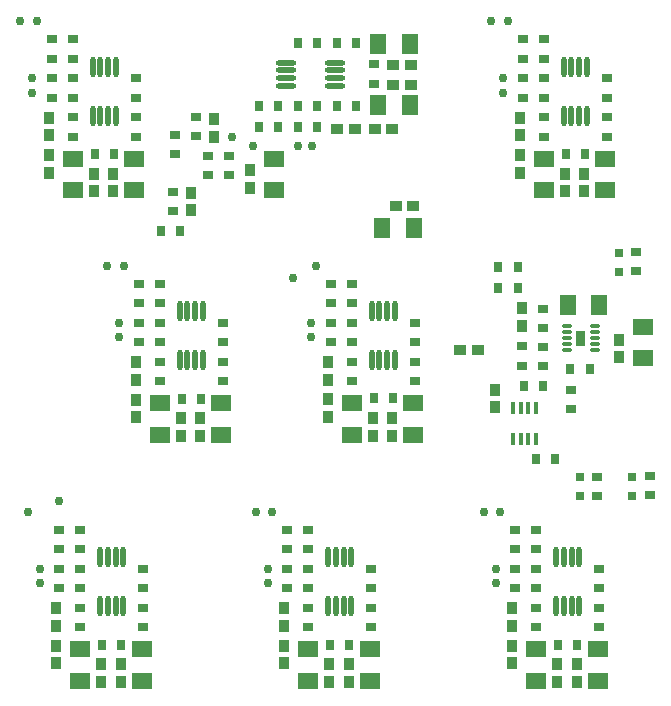
<source format=gtp>
G04*
G04 #@! TF.GenerationSoftware,Altium Limited,Altium Designer,25.2.1 (25)*
G04*
G04 Layer_Color=8421504*
%FSLAX44Y44*%
%MOMM*%
G71*
G04*
G04 #@! TF.SameCoordinates,3A7D7BCC-FFCC-47AD-8B00-35FB974821C1*
G04*
G04*
G04 #@! TF.FilePolarity,Positive*
G04*
G01*
G75*
%ADD19R,0.9500X1.0000*%
%ADD20R,0.7900X0.9300*%
%ADD21R,0.9300X0.7900*%
%ADD22R,0.4318X1.0033*%
G04:AMPARAMS|DCode=23|XSize=0.81mm|YSize=0.27mm|CornerRadius=0.0338mm|HoleSize=0mm|Usage=FLASHONLY|Rotation=0.000|XOffset=0mm|YOffset=0mm|HoleType=Round|Shape=RoundedRectangle|*
%AMROUNDEDRECTD23*
21,1,0.8100,0.2025,0,0,0.0*
21,1,0.7425,0.2700,0,0,0.0*
1,1,0.0675,0.3713,-0.1013*
1,1,0.0675,-0.3713,-0.1013*
1,1,0.0675,-0.3713,0.1013*
1,1,0.0675,0.3713,0.1013*
%
%ADD23ROUNDEDRECTD23*%
%ADD24O,0.4500X1.8000*%
%ADD25O,1.8000X0.4500*%
%ADD26C,0.7620*%
%ADD27R,0.9000X0.7500*%
%ADD28R,0.8000X0.8000*%
%ADD29R,1.4400X1.8200*%
%ADD30R,1.8200X1.4400*%
%ADD31R,1.0000X0.9500*%
G36*
X498520Y506595D02*
X490940D01*
Y519245D01*
X498520D01*
Y506595D01*
D02*
G37*
D19*
X184150Y698380D02*
D03*
Y683380D02*
D03*
X165100Y621150D02*
D03*
Y636150D02*
D03*
X421970Y454233D02*
D03*
Y469233D02*
D03*
X527050Y511690D02*
D03*
Y496690D02*
D03*
X444880Y538080D02*
D03*
Y523080D02*
D03*
X497610Y652080D02*
D03*
Y637080D02*
D03*
X98830Y652080D02*
D03*
Y637080D02*
D03*
X335050Y445190D02*
D03*
Y430190D02*
D03*
X491260Y236790D02*
D03*
Y221790D02*
D03*
X298220Y236790D02*
D03*
Y221790D02*
D03*
X105180Y236790D02*
D03*
Y221790D02*
D03*
X172490Y445070D02*
D03*
Y430070D02*
D03*
X214630Y640200D02*
D03*
Y655200D02*
D03*
X443230Y684650D02*
D03*
Y699650D02*
D03*
X44450Y684650D02*
D03*
Y699650D02*
D03*
X280670Y477760D02*
D03*
Y492760D02*
D03*
X436880Y269360D02*
D03*
Y284360D02*
D03*
X243840Y269360D02*
D03*
Y284360D02*
D03*
X50800Y269360D02*
D03*
Y284360D02*
D03*
X118110Y477640D02*
D03*
Y492640D02*
D03*
X443230Y667900D02*
D03*
Y652900D02*
D03*
X44450Y667900D02*
D03*
Y652900D02*
D03*
X280670Y461010D02*
D03*
Y446010D02*
D03*
X436880Y252610D02*
D03*
Y237610D02*
D03*
X243840Y252610D02*
D03*
Y237610D02*
D03*
X50800Y252610D02*
D03*
Y237610D02*
D03*
X118110Y460890D02*
D03*
Y445890D02*
D03*
X481100Y652080D02*
D03*
Y637080D02*
D03*
X82320Y652080D02*
D03*
Y637080D02*
D03*
X318540Y445190D02*
D03*
Y430190D02*
D03*
X474750Y236790D02*
D03*
Y221790D02*
D03*
X281710Y236790D02*
D03*
Y221790D02*
D03*
X88670Y236790D02*
D03*
Y221790D02*
D03*
X155980Y445070D02*
D03*
Y430070D02*
D03*
D20*
X139120Y603250D02*
D03*
X155520D02*
D03*
X441270Y572770D02*
D03*
X424870D02*
D03*
X441270Y554990D02*
D03*
X424870D02*
D03*
X502230Y486410D02*
D03*
X485830D02*
D03*
X456620Y410210D02*
D03*
X473020D02*
D03*
X446460Y472440D02*
D03*
X462860D02*
D03*
X271670Y763040D02*
D03*
X255270D02*
D03*
X304690D02*
D03*
X288290D02*
D03*
X222250Y691920D02*
D03*
X238650D02*
D03*
X222250Y709700D02*
D03*
X238650D02*
D03*
X255270Y691920D02*
D03*
X271670D02*
D03*
X498190Y668710D02*
D03*
X481790D02*
D03*
X99410D02*
D03*
X83010D02*
D03*
X335630Y461820D02*
D03*
X319230D02*
D03*
X491840Y253420D02*
D03*
X475440D02*
D03*
X298800D02*
D03*
X282400D02*
D03*
X105760D02*
D03*
X89360D02*
D03*
X173070Y461700D02*
D03*
X156670D02*
D03*
X271670Y709700D02*
D03*
X255270D02*
D03*
X304690D02*
D03*
X288290D02*
D03*
D21*
X149860Y636850D02*
D03*
Y620450D02*
D03*
X151130Y668710D02*
D03*
Y685110D02*
D03*
X168910Y700350D02*
D03*
Y683950D02*
D03*
X486410Y469210D02*
D03*
Y452810D02*
D03*
X196850Y667330D02*
D03*
Y650930D02*
D03*
X179070Y667330D02*
D03*
Y650930D02*
D03*
X541250Y586200D02*
D03*
Y569800D02*
D03*
X508486Y395636D02*
D03*
Y379236D02*
D03*
X552936Y396111D02*
D03*
Y379711D02*
D03*
X462324Y489122D02*
D03*
Y505522D02*
D03*
Y521467D02*
D03*
Y537867D02*
D03*
X516660Y716390D02*
D03*
Y732790D02*
D03*
X117880Y716390D02*
D03*
Y732790D02*
D03*
X354100Y509500D02*
D03*
Y525900D02*
D03*
X510310Y301100D02*
D03*
Y317500D02*
D03*
X317270Y301100D02*
D03*
Y317500D02*
D03*
X124230Y301100D02*
D03*
Y317500D02*
D03*
X191540Y509380D02*
D03*
Y525780D02*
D03*
X516660Y683370D02*
D03*
Y699770D02*
D03*
X117880Y683370D02*
D03*
Y699770D02*
D03*
X354100Y476480D02*
D03*
Y492880D02*
D03*
X510310Y268080D02*
D03*
Y284480D02*
D03*
X317270Y268080D02*
D03*
Y284480D02*
D03*
X124230Y268080D02*
D03*
Y284480D02*
D03*
X191540Y476360D02*
D03*
Y492760D02*
D03*
X445540Y765810D02*
D03*
Y749410D02*
D03*
X46760Y765810D02*
D03*
Y749410D02*
D03*
X282980Y558920D02*
D03*
Y542520D02*
D03*
X439190Y350520D02*
D03*
Y334120D02*
D03*
X246150Y350520D02*
D03*
Y334120D02*
D03*
X53110Y350520D02*
D03*
Y334120D02*
D03*
X120420Y558800D02*
D03*
Y542400D02*
D03*
X463320Y765810D02*
D03*
Y749410D02*
D03*
X64540Y765810D02*
D03*
Y749410D02*
D03*
X300760Y558920D02*
D03*
Y542520D02*
D03*
X456970Y350520D02*
D03*
Y334120D02*
D03*
X263930Y350520D02*
D03*
Y334120D02*
D03*
X70890Y350520D02*
D03*
Y334120D02*
D03*
X138200Y558800D02*
D03*
Y542400D02*
D03*
X445540Y732790D02*
D03*
Y716390D02*
D03*
X46760Y732790D02*
D03*
Y716390D02*
D03*
X282980Y525900D02*
D03*
Y509500D02*
D03*
X439190Y317500D02*
D03*
Y301100D02*
D03*
X246150Y317500D02*
D03*
Y301100D02*
D03*
X53110Y317500D02*
D03*
Y301100D02*
D03*
X120420Y525780D02*
D03*
Y509380D02*
D03*
X319350Y744570D02*
D03*
Y728170D02*
D03*
X463320Y716390D02*
D03*
Y732790D02*
D03*
X64540Y716390D02*
D03*
Y732790D02*
D03*
X300760Y509500D02*
D03*
Y525900D02*
D03*
X456970Y301100D02*
D03*
Y317500D02*
D03*
X263930Y301100D02*
D03*
Y317500D02*
D03*
X70890Y301100D02*
D03*
Y317500D02*
D03*
X138200Y509380D02*
D03*
Y525780D02*
D03*
X463320Y683370D02*
D03*
Y699770D02*
D03*
X64540Y683370D02*
D03*
Y699770D02*
D03*
X300760Y476480D02*
D03*
Y492880D02*
D03*
X456970Y268080D02*
D03*
Y284480D02*
D03*
X263930Y268080D02*
D03*
Y284480D02*
D03*
X70890Y268080D02*
D03*
Y284480D02*
D03*
X138200Y476360D02*
D03*
Y492760D02*
D03*
D22*
X456790Y427419D02*
D03*
X450290D02*
D03*
X443790D02*
D03*
X437290D02*
D03*
Y453961D02*
D03*
X443790D02*
D03*
X450290D02*
D03*
X456790D02*
D03*
D23*
X482730Y522920D02*
D03*
X506730Y502920D02*
D03*
X482730Y517920D02*
D03*
Y512920D02*
D03*
Y507920D02*
D03*
Y502920D02*
D03*
X506730Y507920D02*
D03*
Y512920D02*
D03*
Y517920D02*
D03*
Y522920D02*
D03*
D24*
X499740Y742800D02*
D03*
X493240D02*
D03*
X486740D02*
D03*
X480240D02*
D03*
X499740Y701300D02*
D03*
X493240D02*
D03*
X486740D02*
D03*
X480240D02*
D03*
X100960Y742800D02*
D03*
X94460D02*
D03*
X87960D02*
D03*
X81460D02*
D03*
X100960Y701300D02*
D03*
X94460D02*
D03*
X87960D02*
D03*
X81460D02*
D03*
X337180Y535910D02*
D03*
X330680D02*
D03*
X324180D02*
D03*
X317680D02*
D03*
X337180Y494410D02*
D03*
X330680D02*
D03*
X324180D02*
D03*
X317680D02*
D03*
X493390Y327510D02*
D03*
X486890D02*
D03*
X480390D02*
D03*
X473890D02*
D03*
X493390Y286010D02*
D03*
X486890D02*
D03*
X480390D02*
D03*
X473890D02*
D03*
X300350Y327510D02*
D03*
X293850D02*
D03*
X287350D02*
D03*
X280850D02*
D03*
X300350Y286010D02*
D03*
X293850D02*
D03*
X287350D02*
D03*
X280850D02*
D03*
X107310Y327510D02*
D03*
X100810D02*
D03*
X94310D02*
D03*
X87810D02*
D03*
X107310Y286010D02*
D03*
X100810D02*
D03*
X94310D02*
D03*
X87810D02*
D03*
X174620Y535790D02*
D03*
X168120D02*
D03*
X161620D02*
D03*
X155120D02*
D03*
X174620Y494290D02*
D03*
X168120D02*
D03*
X161620D02*
D03*
X155120D02*
D03*
D25*
X245260Y746120D02*
D03*
Y739620D02*
D03*
Y733120D02*
D03*
Y726620D02*
D03*
X286760Y746120D02*
D03*
Y739620D02*
D03*
Y733120D02*
D03*
Y726620D02*
D03*
D26*
X419100Y781050D02*
D03*
X217468Y675749D02*
D03*
X20320Y781050D02*
D03*
X251460Y563880D02*
D03*
X412750Y365760D02*
D03*
X219710D02*
D03*
X26670D02*
D03*
X93980Y574040D02*
D03*
X433070Y781050D02*
D03*
X199390Y683260D02*
D03*
X34290Y781050D02*
D03*
X270510Y574160D02*
D03*
X426720Y365760D02*
D03*
X233680D02*
D03*
X53340Y374650D02*
D03*
X107950Y574040D02*
D03*
X429260Y732790D02*
D03*
X255270Y675640D02*
D03*
X30480Y732790D02*
D03*
X266700Y525900D02*
D03*
X422910Y317500D02*
D03*
X229870D02*
D03*
X36830D02*
D03*
X104140Y525780D02*
D03*
X429260Y720598D02*
D03*
X267462Y675640D02*
D03*
X30480Y720598D02*
D03*
X266700Y513708D02*
D03*
X422910Y305308D02*
D03*
X229870D02*
D03*
X36830D02*
D03*
X104140Y513588D02*
D03*
D27*
X444880Y506060D02*
D03*
Y489060D02*
D03*
D28*
X526794Y585185D02*
D03*
Y569185D02*
D03*
X494030Y395350D02*
D03*
Y379350D02*
D03*
X538480Y395350D02*
D03*
Y379350D02*
D03*
D29*
X510372Y540761D02*
D03*
X483652D02*
D03*
X326389Y606418D02*
D03*
X353109D02*
D03*
X323190Y762000D02*
D03*
X349910D02*
D03*
X323190Y709930D02*
D03*
X349910D02*
D03*
D30*
X547370Y495910D02*
D03*
Y522630D02*
D03*
X515620Y664870D02*
D03*
Y638150D02*
D03*
X116840Y664870D02*
D03*
Y638150D02*
D03*
X353060Y457980D02*
D03*
Y431260D02*
D03*
X509270Y249580D02*
D03*
Y222860D02*
D03*
X316230Y249580D02*
D03*
Y222860D02*
D03*
X123190Y249580D02*
D03*
Y222860D02*
D03*
X190500Y457860D02*
D03*
Y431140D02*
D03*
X234950Y664870D02*
D03*
Y638150D02*
D03*
X463550Y664870D02*
D03*
Y638150D02*
D03*
X64770Y664870D02*
D03*
Y638150D02*
D03*
X300990Y457980D02*
D03*
Y431260D02*
D03*
X457200Y249580D02*
D03*
Y222860D02*
D03*
X264160Y249580D02*
D03*
Y222860D02*
D03*
X71120Y249580D02*
D03*
Y222860D02*
D03*
X138430Y457860D02*
D03*
Y431140D02*
D03*
D31*
X352940Y624840D02*
D03*
X337940D02*
D03*
X407550Y502920D02*
D03*
X392550D02*
D03*
X335980Y743990D02*
D03*
X350980D02*
D03*
X303410Y689610D02*
D03*
X288410D02*
D03*
X320160D02*
D03*
X335160D02*
D03*
X335980Y727480D02*
D03*
X350980D02*
D03*
M02*

</source>
